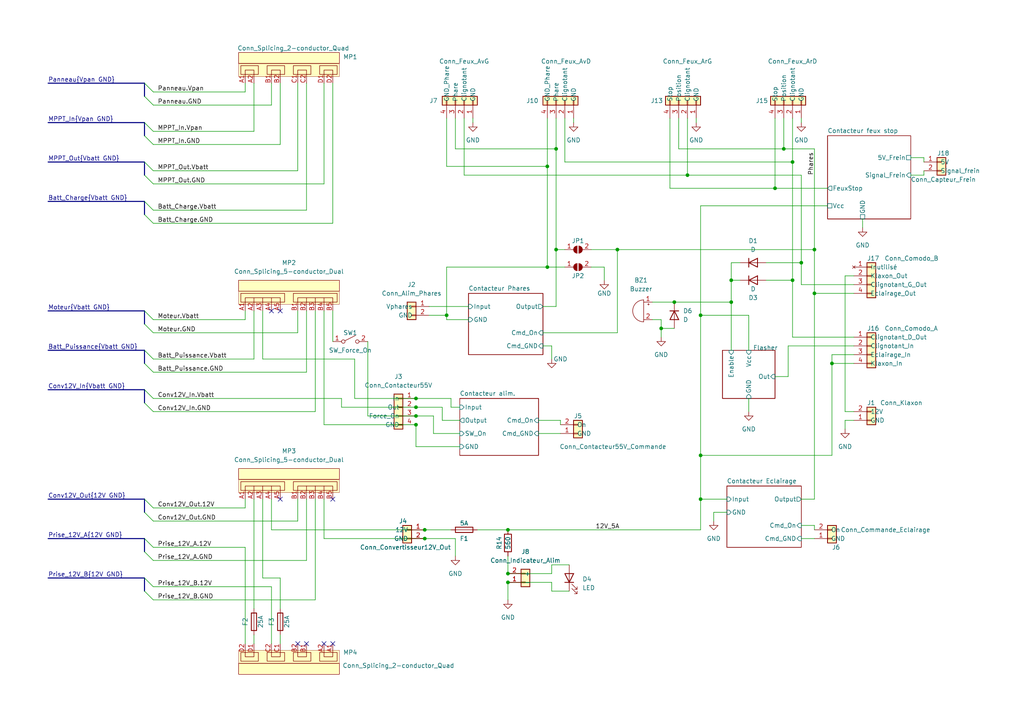
<source format=kicad_sch>
(kicad_sch (version 20211123) (generator eeschema)
  (paper "A4")
  (title_block (title "Boitier électrique vhéliotech") (date "2025-04-09") (rev "Beta 0.2") (company "Vélo solaire pour tous") (comment 1 "Licence CERN-OHL-S version 2"))
  (lib_symbols
    (symbol "Conn_Feux_Arriere_1" (pin_names (offset 1.016))
      (property "Reference" "J" (at 0 5.08 0))
      (property "Value" "Conn_Feux_Arriere_1" (at 0 -7.62 0))
      (symbol "Conn_Feux_Arriere_1_1_1"
        (rectangle (start -1.27 -4.953) (end 0 -5.207) (stroke (width 0.1524)))
        (rectangle (start -1.27 -2.413) (end 0 -2.667) (stroke (width 0.1524)))
        (rectangle (start -1.27 0.127) (end 0 -0.127) (stroke (width 0.1524)))
        (rectangle (start -1.27 2.667) (end 0 2.413) (stroke (width 0.1524)))
        (rectangle (start -1.27 3.81) (end 1.27 -6.35) (stroke (width 0.254)) (fill (type background)))
        (pin power_in line (at -5.08 2.54 0) (length 3.81) (name "GND") (number "1"))
        (pin passive line (at -5.08 0 0) (length 3.81) (name "Clignotant") (number "2"))
        (pin passive line (at -5.08 -2.54 0) (length 3.81) (name "Position") (number "3"))
        (pin passive line (at -5.08 -5.08 0) (length 3.81) (name "Stop") (number "4"))
      )
    )
    (symbol "Device:Buzzer" (pin_names (offset 0.0254) hide)
      (property "Reference" "BZ" (at 3.81 1.27 0))
      (property "Value" "Buzzer" (at 3.81 -1.27 0))
      (symbol "Buzzer_0_1"
        (arc (start 0 -3.175) (mid 3.175 0) (end 0 3.175))
        (polyline (pts (xy -1.651 1.905) (xy -1.143 1.905)))
        (polyline (pts (xy -1.397 2.159) (xy -1.397 1.651)))
        (polyline (pts (xy 0 3.175) (xy 0 -3.175)))
      )
      (symbol "Buzzer_1_1"
        (pin passive line (at -2.54 2.54 0) (length 2.54) (name "-") (number "1"))
        (pin passive line (at -2.54 -2.54 0) (length 2.54) (name "+") (number "2"))
      )
    )
    (symbol "Device:D" (pin_numbers hide) (pin_names (offset 1.016) hide)
      (property "Reference" "D" (at 0 2.54 0))
      (property "Value" "D" (at 0 -2.54 0))
      (symbol "D_0_1"
        (polyline (pts (xy -1.27 1.27) (xy -1.27 -1.27)) (stroke (width 0.254)))
        (polyline (pts (xy 1.27 0) (xy -1.27 0)))
        (polyline (pts (xy 1.27 1.27) (xy 1.27 -1.27) (xy -1.27 0) (xy 1.27 1.27)) (stroke (width 0.254)))
      )
      (symbol "D_1_1"
        (pin passive line (at -3.81 0 0) (length 2.54) (name "K") (number "1"))
        (pin passive line (at 3.81 0 180) (length 2.54) (name "A") (number "2"))
      )
    )
    (symbol "Device:LED" (pin_numbers hide) (pin_names (offset 1.016) hide)
      (property "Reference" "D" (at 0 2.54 0))
      (property "Value" "LED" (at 0 -2.54 0))
      (symbol "LED_0_1"
        (polyline (pts (xy -1.27 -1.27) (xy -1.27 1.27)) (stroke (width 0.254)))
        (polyline (pts (xy -1.27 0) (xy 1.27 0)))
        (polyline (pts (xy 1.27 -1.27) (xy 1.27 1.27) (xy -1.27 0) (xy 1.27 -1.27)) (stroke (width 0.254)))
        (polyline (pts (xy -3.048 -0.762) (xy -4.572 -2.286) (xy -3.81 -2.286) (xy -4.572 -2.286) (xy -4.572 -1.524)))
        (polyline (pts (xy -1.778 -0.762) (xy -3.302 -2.286) (xy -2.54 -2.286) (xy -3.302 -2.286) (xy -3.302 -1.524)))
      )
      (symbol "LED_1_1"
        (pin passive line (at -3.81 0 0) (length 2.54) (name "K") (number "1"))
        (pin passive line (at 3.81 0 180) (length 2.54) (name "A") (number "2"))
      )
    )
    (symbol "Device:R" (pin_numbers hide) (pin_names (offset 0))
      (property "Reference" "R" (at 2.032 0 90))
      (property "Value" "R" (at 0 0 90))
      (symbol "R_0_1"
        (rectangle (start -1.016 -2.54) (end 1.016 2.54) (stroke (width 0.254)))
      )
      (symbol "R_1_1"
        (pin passive line (at 0 3.81 270) (length 1.27) (name "~") (number "1"))
        (pin passive line (at 0 -3.81 90) (length 1.27) (name "~") (number "2"))
      )
    )
    (symbol "Jumper:SolderJumper_2_Open" (pin_names (offset 0) hide)
      (property "Reference" "JP" (at 0 2.032 0))
      (property "Value" "SolderJumper_2_Open" (at 0 -2.54 0))
      (symbol "SolderJumper_2_Open_0_1"
        (arc (start -0.254 1.016) (mid -1.27 0) (end -0.254 -1.016))
        (arc (start -0.254 1.016) (mid -1.27 0) (end -0.254 -1.016) (fill (type outline)))
        (polyline (pts (xy -0.254 1.016) (xy -0.254 -1.016)))
        (polyline (pts (xy 0.254 1.016) (xy 0.254 -1.016)))
        (arc (start 0.254 -1.016) (mid 1.27 0) (end 0.254 1.016))
        (arc (start 0.254 -1.016) (mid 1.27 0) (end 0.254 1.016) (fill (type outline)))
      )
      (symbol "SolderJumper_2_Open_1_1"
        (pin passive line (at -3.81 0 0) (length 2.54) (name "A") (number "1"))
        (pin passive line (at 3.81 0 180) (length 2.54) (name "B") (number "2"))
      )
    )
    (symbol "Switch:SW_SPST" (pin_names (offset 0) hide)
      (property "Reference" "SW" (at 0 3.175 0))
      (property "Value" "SW_SPST" (at 0 -2.54 0))
      (symbol "SW_SPST_0_0"
        (circle (center -2.032 0) (radius 0.508))
        (polyline (pts (xy -1.524 0.254) (xy 1.524 1.778)))
        (circle (center 2.032 0) (radius 0.508))
      )
      (symbol "SW_SPST_1_1"
        (pin passive line (at -5.08 0 0) (length 2.54) (name "A") (number "1"))
        (pin passive line (at 5.08 0 180) (length 2.54) (name "B") (number "2"))
      )
    )
    (symbol "circuit:Conn_Alim_Phares" (pin_names (offset 1.016))
      (property "Reference" "J" (at 0 2.54 0))
      (property "Value" "Conn_Alim_Phares" (at 0 -5.08 0))
      (symbol "Conn_Alim_Phares_1_1"
        (rectangle (start -1.27 -2.413) (end 0 -2.667) (stroke (width 0.1524)))
        (rectangle (start -1.27 0.127) (end 0 -0.127) (stroke (width 0.1524)))
        (rectangle (start -1.27 1.27) (end 1.27 -3.81) (stroke (width 0.254)) (fill (type background)))
        (pin power_out line (at -5.08 0 0) (length 3.81) (name "Vphares") (number "1"))
        (pin power_out line (at -5.08 -2.54 0) (length 3.81) (name "GND") (number "2"))
      )
    )
    (symbol "circuit:Conn_Capteur_Frein" (pin_names (offset 1.016))
      (property "Reference" "J" (at 0 2.54 0))
      (property "Value" "Conn_Capteur_Frein" (at 0 -5.08 0))
      (symbol "Conn_Capteur_Frein_1_1"
        (rectangle (start -1.27 -2.413) (end 0 -2.667) (stroke (width 0.1524)))
        (rectangle (start -1.27 0.127) (end 0 -0.127) (stroke (width 0.1524)))
        (rectangle (start -1.27 1.27) (end 1.27 -3.81) (stroke (width 0.254)) (fill (type background)))
        (pin power_out line (at -5.08 0 0) (length 3.81) (name "5V") (number "1"))
        (pin passive line (at -5.08 -2.54 0) (length 3.81) (name "Signal_frein") (number "2"))
      )
    )
    (symbol "circuit:Conn_Commande_Eclairage" (pin_names (offset 1.016))
      (property "Reference" "J" (at 0 2.54 0))
      (property "Value" "Conn_Commande_Eclairage" (at 0 -5.08 0))
      (symbol "Conn_Commande_Eclairage_1_1"
        (rectangle (start -1.27 -2.413) (end 0 -2.667) (stroke (width 0.1524)))
        (rectangle (start -1.27 0.127) (end 0 -0.127) (stroke (width 0.1524)))
        (rectangle (start -1.27 1.27) (end 1.27 -3.81) (stroke (width 0.254)) (fill (type background)))
        (pin power_in line (at -5.08 0 0) (length 3.81) (name "GND") (number "1"))
        (pin passive line (at -5.08 -2.54 0) (length 3.81) (name "On") (number "2"))
      )
    )
    (symbol "circuit:Conn_Comodo_A" (pin_names (offset 1.016))
      (property "Reference" "J" (at 0 5.08 0))
      (property "Value" "Conn_Comodo_A" (at 0 -7.62 0))
      (symbol "Conn_Comodo_A_1_1"
        (rectangle (start -1.27 -4.953) (end 0 -5.207) (stroke (width 0.1524)))
        (rectangle (start -1.27 -2.413) (end 0 -2.667) (stroke (width 0.1524)))
        (rectangle (start -1.27 0.127) (end 0 -0.127) (stroke (width 0.1524)))
        (rectangle (start -1.27 2.667) (end 0 2.413) (stroke (width 0.1524)))
        (rectangle (start -1.27 3.81) (end 1.27 -6.35) (stroke (width 0.254)) (fill (type background)))
        (pin passive line (at -5.08 -5.08 0) (length 3.81) (name "Clignotant_D_Out") (number "1"))
        (pin passive line (at -5.08 -2.54 0) (length 3.81) (name "Clignotant_In") (number "2"))
        (pin passive line (at -5.08 0 0) (length 3.81) (name "Eclairage_In") (number "3"))
        (pin passive line (at -5.08 2.54 0) (length 3.81) (name "Klaxon_In") (number "4"))
      )
    )
    (symbol "circuit:Conn_Comodo_B" (pin_names (offset 1.016))
      (property "Reference" "J" (at 0 5.08 0))
      (property "Value" "Conn_Comodo_B" (at 0 -7.62 0))
      (symbol "Conn_Comodo_B_1_1"
        (rectangle (start -1.27 -4.953) (end 0 -5.207) (stroke (width 0.1524)))
        (rectangle (start -1.27 -2.413) (end 0 -2.667) (stroke (width 0.1524)))
        (rectangle (start -1.27 0.127) (end 0 -0.127) (stroke (width 0.1524)))
        (rectangle (start -1.27 2.667) (end 0 2.413) (stroke (width 0.1524)))
        (rectangle (start -1.27 3.81) (end 1.27 -6.35) (stroke (width 0.254)) (fill (type background)))
        (pin no_connect line (at -5.08 -5.08 0) (length 3.81) (name "Inutilisé") (number "1"))
        (pin passive line (at -5.08 -2.54 0) (length 3.81) (name "Klaxon_Out") (number "2"))
        (pin passive line (at -5.08 0 0) (length 3.81) (name "Clignotant_G_Out") (number "3"))
        (pin passive line (at -5.08 2.54 0) (length 3.81) (name "Eclairage_Out") (number "4"))
      )
    )
    (symbol "circuit:Conn_Contacteur55V" (pin_names (offset 1.016))
      (property "Reference" "J" (at 0 5.08 0))
      (property "Value" "Conn_Contacteur55V" (at 0 -7.62 0))
      (symbol "Conn_Contacteur55V_1_1"
        (rectangle (start -1.27 -4.953) (end 0 -5.207) (stroke (width 0.1524)))
        (rectangle (start -1.27 -2.413) (end 0 -2.667) (stroke (width 0.1524)))
        (rectangle (start -1.27 0.127) (end 0 -0.127) (stroke (width 0.1524)))
        (rectangle (start -1.27 2.667) (end 0 2.413) (stroke (width 0.1524)))
        (rectangle (start -1.27 3.81) (end 1.27 -6.35) (stroke (width 0.254)) (fill (type background)))
        (pin power_in line (at -5.08 2.54 0) (length 3.81) (name "In") (number "1"))
        (pin power_in line (at -5.08 0 0) (length 3.81) (name "Out") (number "2"))
        (pin passive line (at -5.08 -2.54 0) (length 3.81) (name "Force_On") (number "3"))
        (pin power_in line (at -5.08 -5.08 0) (length 3.81) (name "GND") (number "4"))
      )
    )
    (symbol "circuit:Conn_Contacteur55V_Commande" (pin_names (offset 1.016))
      (property "Reference" "J" (at 0 2.54 0))
      (property "Value" "Conn_Contacteur55V_Commande" (at 0 -5.08 0))
      (symbol "Conn_Contacteur55V_Commande_1_1"
        (rectangle (start -1.27 -2.413) (end 0 -2.667) (stroke (width 0.1524)))
        (rectangle (start -1.27 0.127) (end 0 -0.127) (stroke (width 0.1524)))
        (rectangle (start -1.27 1.27) (end 1.27 -3.81) (stroke (width 0.254)) (fill (type background)))
        (pin power_in line (at -5.08 0 0) (length 3.81) (name "GND") (number "1"))
        (pin passive line (at -5.08 -2.54 0) (length 3.81) (name "On") (number "2"))
      )
    )
    (symbol "circuit:Conn_Convertisseur12V_Out" (pin_names (offset 1.016))
      (property "Reference" "J" (at 0 2.54 0))
      (property "Value" "Conn_Convertisseur12V_Out" (at 0 -5.08 0))
      (symbol "Conn_Convertisseur12V_Out_1_1"
        (rectangle (start -1.27 -2.413) (end 0 -2.667) (stroke (width 0.1524)))
        (rectangle (start -1.27 0.127) (end 0 -0.127) (stroke (width 0.1524)))
        (rectangle (start -1.27 1.27) (end 1.27 -3.81) (stroke (width 0.254)) (fill (type background)))
        (pin power_out line (at -5.08 0 0) (length 3.81) (name "12V") (number "1"))
        (pin power_out line (at -5.08 -2.54 0) (length 3.81) (name "GND") (number "2"))
      )
    )
    (symbol "circuit:Conn_Feux_Arriere" (pin_names (offset 1.016))
      (property "Reference" "J" (at 0 5.08 0))
      (property "Value" "Conn_Feux_Arriere" (at 0 -7.62 0))
      (symbol "Conn_Feux_Arriere_1_1"
        (rectangle (start -1.27 -4.953) (end 0 -5.207) (stroke (width 0.1524)))
        (rectangle (start -1.27 -2.413) (end 0 -2.667) (stroke (width 0.1524)))
        (rectangle (start -1.27 0.127) (end 0 -0.127) (stroke (width 0.1524)))
        (rectangle (start -1.27 2.667) (end 0 2.413) (stroke (width 0.1524)))
        (rectangle (start -1.27 3.81) (end 1.27 -6.35) (stroke (width 0.254)) (fill (type background)))
        (pin power_in line (at -5.08 2.54 0) (length 3.81) (name "GND") (number "1"))
        (pin passive line (at -5.08 0 0) (length 3.81) (name "Clignotant") (number "2"))
        (pin passive line (at -5.08 -2.54 0) (length 3.81) (name "Position") (number "3"))
        (pin passive line (at -5.08 -5.08 0) (length 3.81) (name "Stop") (number "4"))
      )
    )
    (symbol "circuit:Conn_Feux_Avant" (pin_names (offset 1.016))
      (property "Reference" "J" (at 0 5.08 0))
      (property "Value" "Conn_Feux_Avant" (at 0 -7.62 0))
      (symbol "Conn_Feux_Avant_1_1"
        (rectangle (start -1.27 -4.953) (end 0 -5.207) (stroke (width 0.1524)))
        (rectangle (start -1.27 -2.413) (end 0 -2.667) (stroke (width 0.1524)))
        (rectangle (start -1.27 0.127) (end 0 -0.127) (stroke (width 0.1524)))
        (rectangle (start -1.27 2.667) (end 0 2.413) (stroke (width 0.1524)))
        (rectangle (start -1.27 3.81) (end 1.27 -6.35) (stroke (width 0.254)) (fill (type background)))
        (pin power_in line (at -5.08 2.54 0) (length 3.81) (name "GND") (number "1"))
        (pin passive line (at -5.08 0 0) (length 3.81) (name "Clignotant") (number "2"))
        (pin passive line (at -5.08 -2.54 0) (length 3.81) (name "Phare") (number "3"))
        (pin power_in line (at -5.08 -5.08 0) (length 3.81) (name "GND_Phare") (number "4"))
      )
    )
    (symbol "circuit:Conn_Indicateur_Alim" (pin_names (offset 1.016))
      (property "Reference" "J" (at 0 2.54 0))
      (property "Value" "Conn_Indicateur_Alim" (at 0 -5.08 0))
      (symbol "Conn_Indicateur_Alim_1_1"
        (rectangle (start -1.27 -2.413) (end 0 -2.667) (stroke (width 0.1524)))
        (rectangle (start -1.27 0.127) (end 0 -0.127) (stroke (width 0.1524)))
        (rectangle (start -1.27 1.27) (end 1.27 -3.81) (stroke (width 0.254)) (fill (type background)))
        (pin power_in line (at -5.08 0 0) (length 3.81) (name "-") (number "1"))
        (pin passive line (at -5.08 -2.54 0) (length 3.81) (name "+") (number "2"))
      )
    )
    (symbol "circuit:Conn_Klaxon" (pin_names (offset 1.016))
      (property "Reference" "J" (at 0 2.54 0))
      (property "Value" "Conn_Klaxon" (at 0 -5.08 0))
      (symbol "Conn_Klaxon_1_1"
        (rectangle (start -1.27 -2.413) (end 0 -2.667) (stroke (width 0.1524)))
        (rectangle (start -1.27 0.127) (end 0 -0.127) (stroke (width 0.1524)))
        (rectangle (start -1.27 1.27) (end 1.27 -3.81) (stroke (width 0.254)) (fill (type background)))
        (pin power_in line (at -5.08 0 0) (length 3.81) (name "GND") (number "1"))
        (pin passive line (at -5.08 -2.54 0) (length 3.81) (name "12V") (number "2"))
      )
    )
    (symbol "circuit:Conn_Splicing_2-conductor_Quad"
      (property "Reference" "MP" (at 0.635 11.43 0))
      (property "Value" "Conn_Splicing_2-conductor_Quad" (at 1.27 -21.59 0))
      (symbol "Conn_Splicing_2-conductor_Quad_0_1"
        (rectangle (start -3.175 9.525) (end 0.635 -19.685) (stroke (width 0.01)) (fill (type background)))
        (rectangle (start -2.54 -13.97) (end 0 -19.05))
        (rectangle (start -2.54 -6.35) (end 0 -11.43))
        (rectangle (start -2.54 1.27) (end 0 -3.81))
        (rectangle (start -2.54 8.89) (end 0 3.81))
        (polyline (pts (xy -2.54 -15.24) (xy -1.27 -15.24) (xy -1.27 -17.78) (xy -2.54 -17.78)))
        (polyline (pts (xy -2.54 -7.62) (xy -1.27 -7.62) (xy -1.27 -10.16) (xy -2.54 -10.16)))
        (polyline (pts (xy -2.54 0) (xy -1.27 0) (xy -1.27 -2.54) (xy -2.54 -2.54)))
        (polyline (pts (xy -2.54 7.62) (xy -1.27 7.62) (xy -1.27 5.08) (xy -2.54 5.08)))
        (rectangle (start 0.635 9.525) (end 3.81 -19.685) (fill (type background)))
      )
      (symbol "Conn_Splicing_2-conductor_Quad_1_1"
        (pin passive line (at -5.08 7.62 0) (length 2.54) (name "") (number "A1"))
        (pin passive line (at -5.08 5.08 0) (length 2.54) (name "") (number "A2"))
        (pin passive line (at -5.08 0 0) (length 2.54) (name "") (number "B1"))
        (pin passive line (at -5.08 -2.54 0) (length 2.54) (name "") (number "B2"))
        (pin passive line (at -5.08 -7.62 0) (length 2.54) (name "") (number "C1"))
        (pin passive line (at -5.08 -10.16 0) (length 2.54) (name "") (number "C2"))
        (pin passive line (at -5.08 -15.24 0) (length 2.54) (name "") (number "D1"))
        (pin passive line (at -5.08 -17.78 0) (length 2.54) (name "") (number "D2"))
      )
    )
    (symbol "circuit:Conn_Splicing_5-conductor_Dual"
      (property "Reference" "MP" (at 0.635 11.43 0))
      (property "Value" "Conn_Splicing_5-conductor_Dual" (at 1.27 -21.59 0))
      (symbol "Conn_Splicing_5-conductor_Dual_0_1"
        (rectangle (start -3.175 9.525) (end 0.635 -19.685) (stroke (width 0.01)) (fill (type background)))
        (rectangle (start -2.54 -6.35) (end 0 -19.05))
        (rectangle (start -2.54 8.89) (end 0 -3.81))
        (polyline (pts (xy -1.27 -15.24) (xy -2.54 -15.24)))
        (polyline (pts (xy -1.27 -12.7) (xy -2.54 -12.7)))
        (polyline (pts (xy -1.27 -10.16) (xy -2.54 -10.16)))
        (polyline (pts (xy -1.27 0) (xy -2.54 0)))
        (polyline (pts (xy -1.27 2.54) (xy -2.54 2.54)))
        (polyline (pts (xy -1.27 5.08) (xy -2.54 5.08)))
        (polyline (pts (xy -2.54 -7.62) (xy -1.27 -7.62) (xy -1.27 -17.78) (xy -2.54 -17.78)))
        (polyline (pts (xy -2.54 7.62) (xy -1.27 7.62) (xy -1.27 -2.54) (xy -2.54 -2.54)))
        (rectangle (start 0.635 9.525) (end 3.81 -19.685) (fill (type background)))
      )
      (symbol "Conn_Splicing_5-conductor_Dual_1_1"
        (pin passive line (at -5.08 7.62 0) (length 2.54) (name "") (number "A1"))
        (pin passive line (at -5.08 5.08 0) (length 2.54) (name "") (number "A2"))
        (pin passive line (at -5.08 2.54 0) (length 2.54) (name "") (number "A3"))
        (pin passive line (at -5.08 0 0) (length 2.54) (name "") (number "A4"))
        (pin passive line (at -5.08 -2.54 0) (length 2.54) (name "") (number "A5"))
        (pin passive line (at -5.08 -7.62 0) (length 2.54) (name "") (number "B1"))
        (pin passive line (at -5.08 -10.16 0) (length 2.54) (name "") (number "B2"))
        (pin passive line (at -5.08 -12.7 0) (length 2.54) (name "") (number "B3"))
        (pin passive line (at -5.08 -15.24 0) (length 2.54) (name "") (number "B4"))
        (pin passive line (at -5.08 -17.78 0) (length 2.54) (name "") (number "B5"))
      )
    )
    (symbol "circuit:Fuse" (pin_numbers hide) (pin_names (offset 0))
      (property "Reference" "F" (at 2.032 0 90))
      (property "Value" "Fuse" (at -1.905 0 90))
      (symbol "Fuse_0_1"
        (rectangle (start -0.762 -2.54) (end 0.762 2.54) (stroke (width 0.254)))
        (polyline (pts (xy 0 2.54) (xy 0 -2.54)))
      )
      (symbol "Fuse_1_1"
        (pin passive line (at 0 3.81 270) (length 1.27) (name "~") (number "1"))
        (pin passive line (at 0 -3.81 90) (length 1.27) (name "~") (number "2"))
      )
    )
    (symbol "power:GND" (power) (pin_names (offset 0))
      (property "Value" "GND" (at 0 -3.81 0))
      (symbol "GND_0_1"
        (polyline (pts (xy 0 0) (xy 0 -1.27) (xy 1.27 -1.27) (xy 0 -2.54) (xy -1.27 -1.27) (xy 0 -1.27)))
      )
      (symbol "GND_1_1"
        (pin power_in line (at 0 0 270) (length 0) hide (name "GND") (number "1"))
      )
    )
  )
  (junction (at 203.2 132.08))
  (junction (at 123.19 156.21))
  (junction (at 179.07 72.39))
  (junction (at 199.39 50.8))
  (junction (at 161.29 43.18))
  (junction (at 120.65 123.19))
  (junction (at 120.65 115.57))
  (junction (at 224.79 54.61))
  (junction (at 147.32 166.37))
  (junction (at 147.32 168.91))
  (junction (at 229.87 81.28))
  (junction (at 203.2 91.44))
  (junction (at 227.33 43.18))
  (junction (at 161.29 72.39))
  (junction (at 229.87 46.99))
  (junction (at 120.65 120.65))
  (junction (at 212.09 81.28))
  (junction (at 120.65 118.11))
  (junction (at 241.3 105.41))
  (junction (at 191.77 95.25))
  (junction (at 236.22 72.39))
  (junction (at 158.75 48.26))
  (junction (at 195.58 87.63))
  (junction (at 212.09 87.63))
  (junction (at 147.32 153.67))
  (junction (at 123.19 153.67))
  (junction (at 129.54 91.44))
  (junction (at 236.22 85.09))
  (junction (at 203.2 144.78))
  (junction (at 232.41 76.2))
  (junction (at 158.75 77.47))
  (no_connect (at 96.52 186.69))
  (no_connect (at 96.52 144.78))
  (no_connect (at 78.74 90.17))
  (no_connect (at 88.9 186.69))
  (no_connect (at 93.98 186.69))
  (no_connect (at 86.36 186.69))
  (no_connect (at 81.28 144.78))
  (no_connect (at 81.28 90.17))
  (bus_entry (at 41.91 35.56) (size 2.54 2.54))
  (bus_entry (at 41.91 105.41) (size 2.54 2.54))
  (bus_entry (at 41.91 144.78) (size 2.54 2.54))
  (bus_entry (at 41.91 58.42) (size 2.54 2.54))
  (bus_entry (at 41.91 116.84) (size 2.54 2.54))
  (bus_entry (at 41.91 62.23) (size 2.54 2.54))
  (bus_entry (at 41.91 24.13) (size 2.54 2.54))
  (bus_entry (at 41.91 50.8) (size 2.54 2.54))
  (bus_entry (at 41.91 167.64) (size 2.54 2.54))
  (bus_entry (at 41.91 46.99) (size 2.54 2.54))
  (bus_entry (at 41.91 156.21) (size 2.54 2.54))
  (bus_entry (at 41.91 93.98) (size 2.54 2.54))
  (bus_entry (at 41.91 113.03) (size 2.54 2.54))
  (bus_entry (at 41.91 171.45) (size 2.54 2.54))
  (bus_entry (at 41.91 90.17) (size 2.54 2.54))
  (bus_entry (at 41.91 148.59) (size 2.54 2.54))
  (bus_entry (at 41.91 27.94) (size 2.54 2.54))
  (bus_entry (at 41.91 160.02) (size 2.54 2.54))
  (bus_entry (at 41.91 101.6) (size 2.54 2.54))
  (bus_entry (at 41.91 39.37) (size 2.54 2.54))
  (wire (pts (xy 125.73 125.73) (xy 125.73 120.65)))
  (wire (pts (xy 217.17 115.57) (xy 217.17 119.38)))
  (wire (pts (xy 71.12 147.32) (xy 71.12 144.78)))
  (wire (pts (xy 203.2 144.78) (xy 203.2 153.67)))
  (wire (pts (xy 212.09 87.63) (xy 212.09 101.6)))
  (wire (pts (xy 161.29 72.39) (xy 161.29 88.9)))
  (wire (pts (xy 247.65 121.92) (xy 245.11 121.92)))
  (bus (pts (xy 41.91 35.56) (xy 41.91 39.37)))
  (wire (pts (xy 124.46 88.9) (xy 135.89 88.9)))
  (wire (pts (xy 130.81 115.57) (xy 120.65 115.57)))
  (wire (pts (xy 203.2 144.78) (xy 210.82 144.78)))
  (wire (pts (xy 88.9 162.56) (xy 88.9 144.78)))
  (wire (pts (xy 129.54 34.29) (xy 129.54 48.26)))
  (wire (pts (xy 228.6 100.33) (xy 228.6 109.22)))
  (wire (pts (xy 222.25 76.2) (xy 232.41 76.2)))
  (wire (pts (xy 161.29 43.18) (xy 132.08 43.18)))
  (wire (pts (xy 212.09 81.28) (xy 212.09 87.63)))
  (bus (pts (xy 13.97 24.13) (xy 41.91 24.13)))
  (wire (pts (xy 232.41 156.21) (xy 236.22 156.21)))
  (wire (pts (xy 44.45 162.56) (xy 88.9 162.56)))
  (wire (pts (xy 125.73 120.65) (xy 120.65 120.65)))
  (bus (pts (xy 41.91 144.78) (xy 41.91 148.59)))
  (wire (pts (xy 44.45 158.75) (xy 71.12 158.75)))
  (wire (pts (xy 227.33 34.29) (xy 227.33 43.18)))
  (wire (pts (xy 44.45 170.18) (xy 78.74 170.18)))
  (wire (pts (xy 93.98 90.17) (xy 93.98 123.19)))
  (wire (pts (xy 76.2 104.14) (xy 102.87 104.14)))
  (wire (pts (xy 191.77 95.25) (xy 195.58 95.25)))
  (wire (pts (xy 199.39 34.29) (xy 199.39 50.8)))
  (wire (pts (xy 147.32 168.91) (xy 147.32 173.99)))
  (wire (pts (xy 88.9 60.96) (xy 88.9 24.13)))
  (wire (pts (xy 129.54 92.71) (xy 135.89 92.71)))
  (wire (pts (xy 158.75 77.47) (xy 129.54 77.47)))
  (wire (pts (xy 229.87 46.99) (xy 163.83 46.99)))
  (wire (pts (xy 120.65 123.19) (xy 93.98 123.19)))
  (wire (pts (xy 161.29 72.39) (xy 163.83 72.39)))
  (wire (pts (xy 44.45 147.32) (xy 71.12 147.32)))
  (wire (pts (xy 73.66 144.78) (xy 73.66 176.53)))
  (wire (pts (xy 224.79 54.61) (xy 224.79 34.29)))
  (wire (pts (xy 81.28 167.64) (xy 81.28 176.53)))
  (wire (pts (xy 44.45 30.48) (xy 78.74 30.48)))
  (wire (pts (xy 137.16 34.29) (xy 137.16 35.56)))
  (wire (pts (xy 161.29 34.29) (xy 161.29 43.18)))
  (wire (pts (xy 241.3 105.41) (xy 241.3 102.87)))
  (wire (pts (xy 44.45 26.67) (xy 71.12 26.67)))
  (wire (pts (xy 133.35 125.73) (xy 125.73 125.73)))
  (wire (pts (xy 102.87 115.57) (xy 120.65 115.57)))
  (wire (pts (xy 267.97 50.8) (xy 264.16 50.8)))
  (wire (pts (xy 179.07 72.39) (xy 236.22 72.39)))
  (wire (pts (xy 128.27 121.92) (xy 128.27 118.11)))
  (wire (pts (xy 96.52 90.17) (xy 96.52 99.06)))
  (wire (pts (xy 158.75 77.47) (xy 163.83 77.47)))
  (wire (pts (xy 147.32 153.67) (xy 203.2 153.67)))
  (wire (pts (xy 71.12 92.71) (xy 71.12 90.17)))
  (wire (pts (xy 160.02 171.45) (xy 165.1 171.45)))
  (wire (pts (xy 161.29 43.18) (xy 161.29 72.39)))
  (wire (pts (xy 245.11 119.38) (xy 247.65 119.38)))
  (wire (pts (xy 86.36 96.52) (xy 86.36 90.17)))
  (wire (pts (xy 247.65 97.79) (xy 229.87 97.79)))
  (wire (pts (xy 91.44 173.99) (xy 91.44 144.78)))
  (bus (pts (xy 13.97 144.78) (xy 41.91 144.78)))
  (wire (pts (xy 102.87 104.14) (xy 102.87 115.57)))
  (wire (pts (xy 224.79 54.61) (xy 240.03 54.61)))
  (wire (pts (xy 78.74 186.69) (xy 78.74 170.18)))
  (bus (pts (xy 13.97 156.21) (xy 41.91 156.21)))
  (wire (pts (xy 203.2 91.44) (xy 217.17 91.44)))
  (bus (pts (xy 13.97 58.42) (xy 41.91 58.42)))
  (bus (pts (xy 13.97 35.56) (xy 41.91 35.56)))
  (wire (pts (xy 245.11 80.01) (xy 245.11 119.38)))
  (wire (pts (xy 129.54 48.26) (xy 158.75 48.26)))
  (wire (pts (xy 73.66 184.15) (xy 73.66 186.69)))
  (wire (pts (xy 203.2 91.44) (xy 203.2 132.08)))
  (wire (pts (xy 123.19 156.21) (xy 132.08 156.21)))
  (wire (pts (xy 203.2 59.69) (xy 240.03 59.69)))
  (wire (pts (xy 157.48 100.33) (xy 160.02 100.33)))
  (wire (pts (xy 138.43 153.67) (xy 147.32 153.67)))
  (wire (pts (xy 191.77 95.25) (xy 191.77 92.71)))
  (wire (pts (xy 179.07 72.39) (xy 179.07 96.52)))
  (wire (pts (xy 201.93 34.29) (xy 201.93 35.56)))
  (wire (pts (xy 236.22 43.18) (xy 236.22 72.39)))
  (wire (pts (xy 267.97 46.99) (xy 267.97 45.72)))
  (wire (pts (xy 156.21 125.73) (xy 162.56 125.73)))
  (wire (pts (xy 81.28 184.15) (xy 81.28 186.69)))
  (wire (pts (xy 241.3 105.41) (xy 241.3 132.08)))
  (wire (pts (xy 158.75 48.26) (xy 158.75 77.47)))
  (wire (pts (xy 76.2 90.17) (xy 76.2 104.14)))
  (wire (pts (xy 78.74 30.48) (xy 78.74 24.13)))
  (wire (pts (xy 212.09 76.2) (xy 212.09 81.28)))
  (wire (pts (xy 78.74 153.67) (xy 78.74 144.78)))
  (wire (pts (xy 147.32 168.91) (xy 160.02 168.91)))
  (wire (pts (xy 44.45 53.34) (xy 93.98 53.34)))
  (wire (pts (xy 194.31 54.61) (xy 194.31 34.29)))
  (wire (pts (xy 207.01 151.13) (xy 207.01 148.59)))
  (wire (pts (xy 229.87 81.28) (xy 229.87 97.79)))
  (wire (pts (xy 228.6 100.33) (xy 247.65 100.33)))
  (wire (pts (xy 134.62 50.8) (xy 134.62 34.29)))
  (wire (pts (xy 245.11 80.01) (xy 247.65 80.01)))
  (wire (pts (xy 129.54 91.44) (xy 129.54 92.71)))
  (wire (pts (xy 222.25 81.28) (xy 229.87 81.28)))
  (bus (pts (xy 13.97 113.03) (xy 41.91 113.03)))
  (wire (pts (xy 133.35 129.54) (xy 120.65 129.54)))
  (bus (pts (xy 41.91 101.6) (xy 41.91 105.41)))
  (wire (pts (xy 157.48 96.52) (xy 179.07 96.52)))
  (wire (pts (xy 129.54 77.47) (xy 129.54 91.44)))
  (wire (pts (xy 133.35 121.92) (xy 128.27 121.92)))
  (bus (pts (xy 41.91 46.99) (xy 41.91 50.8)))
  (wire (pts (xy 88.9 107.95) (xy 88.9 90.17)))
  (wire (pts (xy 44.45 115.57) (xy 99.06 115.57)))
  (wire (pts (xy 236.22 152.4) (xy 232.41 152.4)))
  (wire (pts (xy 212.09 81.28) (xy 214.63 81.28)))
  (bus (pts (xy 41.91 24.13) (xy 41.91 27.94)))
  (wire (pts (xy 267.97 49.53) (xy 267.97 50.8)))
  (wire (pts (xy 86.36 151.13) (xy 86.36 144.78)))
  (wire (pts (xy 44.45 107.95) (xy 88.9 107.95)))
  (wire (pts (xy 76.2 144.78) (xy 76.2 167.64)))
  (wire (pts (xy 232.41 76.2) (xy 232.41 82.55)))
  (wire (pts (xy 147.32 161.29) (xy 147.32 166.37)))
  (wire (pts (xy 99.06 118.11) (xy 99.06 115.57)))
  (wire (pts (xy 189.23 87.63) (xy 195.58 87.63)))
  (wire (pts (xy 133.35 118.11) (xy 130.81 118.11)))
  (wire (pts (xy 106.68 99.06) (xy 106.68 120.65)))
  (wire (pts (xy 130.81 118.11) (xy 130.81 115.57)))
  (wire (pts (xy 86.36 49.53) (xy 86.36 24.13)))
  (wire (pts (xy 123.19 153.67) (xy 78.74 153.67)))
  (wire (pts (xy 44.45 41.91) (xy 81.28 41.91)))
  (wire (pts (xy 120.65 129.54) (xy 120.65 123.19)))
  (wire (pts (xy 196.85 34.29) (xy 196.85 43.18)))
  (wire (pts (xy 157.48 88.9) (xy 161.29 88.9)))
  (wire (pts (xy 93.98 156.21) (xy 93.98 144.78)))
  (wire (pts (xy 81.28 41.91) (xy 81.28 24.13)))
  (wire (pts (xy 236.22 153.67) (xy 236.22 152.4)))
  (wire (pts (xy 203.2 59.69) (xy 203.2 91.44)))
  (wire (pts (xy 214.63 76.2) (xy 212.09 76.2)))
  (bus (pts (xy 41.91 167.64) (xy 41.91 171.45)))
  (wire (pts (xy 44.45 119.38) (xy 91.44 119.38)))
  (wire (pts (xy 73.66 104.14) (xy 73.66 90.17)))
  (wire (pts (xy 44.45 64.77) (xy 96.52 64.77)))
  (wire (pts (xy 241.3 102.87) (xy 247.65 102.87)))
  (wire (pts (xy 250.19 63.5) (xy 250.19 66.04)))
  (wire (pts (xy 171.45 72.39) (xy 179.07 72.39)))
  (wire (pts (xy 44.45 151.13) (xy 86.36 151.13)))
  (wire (pts (xy 199.39 50.8) (xy 134.62 50.8)))
  (wire (pts (xy 247.65 105.41) (xy 241.3 105.41)))
  (wire (pts (xy 44.45 49.53) (xy 86.36 49.53)))
  (wire (pts (xy 91.44 119.38) (xy 91.44 90.17)))
  (wire (pts (xy 195.58 87.63) (xy 212.09 87.63)))
  (wire (pts (xy 132.08 156.21) (xy 132.08 161.29)))
  (wire (pts (xy 232.41 50.8) (xy 232.41 76.2)))
  (wire (pts (xy 245.11 121.92) (xy 245.11 124.46)))
  (wire (pts (xy 73.66 38.1) (xy 73.66 24.13)))
  (wire (pts (xy 267.97 45.72) (xy 264.16 45.72)))
  (wire (pts (xy 224.79 54.61) (xy 194.31 54.61)))
  (wire (pts (xy 163.83 46.99) (xy 163.83 34.29)))
  (wire (pts (xy 44.45 92.71) (xy 71.12 92.71)))
  (wire (pts (xy 191.77 95.25) (xy 191.77 97.79)))
  (wire (pts (xy 232.41 144.78) (xy 236.22 144.78)))
  (wire (pts (xy 71.12 26.67) (xy 71.12 24.13)))
  (bus (pts (xy 13.97 167.64) (xy 41.91 167.64)))
  (wire (pts (xy 175.26 81.28) (xy 175.26 77.47)))
  (wire (pts (xy 236.22 85.09) (xy 247.65 85.09)))
  (wire (pts (xy 236.22 85.09) (xy 236.22 144.78)))
  (wire (pts (xy 171.45 77.47) (xy 175.26 77.47)))
  (wire (pts (xy 44.45 60.96) (xy 88.9 60.96)))
  (wire (pts (xy 44.45 96.52) (xy 86.36 96.52)))
  (wire (pts (xy 203.2 132.08) (xy 241.3 132.08)))
  (wire (pts (xy 106.68 120.65) (xy 120.65 120.65)))
  (bus (pts (xy 41.91 90.17) (xy 41.91 93.98)))
  (wire (pts (xy 236.22 72.39) (xy 236.22 85.09)))
  (wire (pts (xy 124.46 91.44) (xy 129.54 91.44)))
  (wire (pts (xy 158.75 48.26) (xy 158.75 34.29)))
  (wire (pts (xy 229.87 46.99) (xy 229.87 81.28)))
  (wire (pts (xy 44.45 173.99) (xy 91.44 173.99)))
  (wire (pts (xy 156.21 121.92) (xy 162.56 121.92)))
  (wire (pts (xy 96.52 64.77) (xy 96.52 24.13)))
  (bus (pts (xy 13.97 46.99) (xy 41.91 46.99)))
  (bus (pts (xy 13.97 101.6) (xy 41.91 101.6)))
  (wire (pts (xy 199.39 50.8) (xy 232.41 50.8)))
  (wire (pts (xy 99.06 118.11) (xy 120.65 118.11)))
  (wire (pts (xy 147.32 166.37) (xy 160.02 166.37)))
  (bus (pts (xy 41.91 58.42) (xy 41.91 62.23)))
  (wire (pts (xy 203.2 132.08) (xy 203.2 144.78)))
  (wire (pts (xy 162.56 123.19) (xy 162.56 121.92)))
  (wire (pts (xy 229.87 34.29) (xy 229.87 46.99)))
  (wire (pts (xy 166.37 34.29) (xy 166.37 35.56)))
  (wire (pts (xy 44.45 104.14) (xy 73.66 104.14)))
  (bus (pts (xy 41.91 156.21) (xy 41.91 160.02)))
  (wire (pts (xy 224.79 109.22) (xy 228.6 109.22)))
  (wire (pts (xy 207.01 148.59) (xy 210.82 148.59)))
  (bus (pts (xy 13.97 90.17) (xy 41.91 90.17)))
  (wire (pts (xy 191.77 92.71) (xy 189.23 92.71)))
  (wire (pts (xy 232.41 82.55) (xy 247.65 82.55)))
  (wire (pts (xy 232.41 34.29) (xy 232.41 35.56)))
  (wire (pts (xy 44.45 38.1) (xy 73.66 38.1)))
  (wire (pts (xy 217.17 91.44) (xy 217.17 101.6)))
  (wire (pts (xy 160.02 166.37) (xy 160.02 163.83)))
  (wire (pts (xy 160.02 168.91) (xy 160.02 171.45)))
  (wire (pts (xy 196.85 43.18) (xy 227.33 43.18)))
  (wire (pts (xy 76.2 167.64) (xy 81.28 167.64)))
  (wire (pts (xy 160.02 163.83) (xy 165.1 163.83)))
  (wire (pts (xy 123.19 156.21) (xy 93.98 156.21)))
  (wire (pts (xy 128.27 118.11) (xy 120.65 118.11)))
  (wire (pts (xy 227.33 43.18) (xy 236.22 43.18)))
  (bus (pts (xy 41.91 113.03) (xy 41.91 116.84)))
  (wire (pts (xy 71.12 186.69) (xy 71.12 158.75)))
  (wire (pts (xy 123.19 153.67) (xy 130.81 153.67)))
  (wire (pts (xy 132.08 43.18) (xy 132.08 34.29)))
  (wire (pts (xy 93.98 53.34) (xy 93.98 24.13)))
  (wire (pts (xy 160.02 100.33) (xy 160.02 104.14)))
  (label "Panneau.Vpan" (at 45.72 26.67 0))
  (label "Panneau.GND" (at 45.72 30.48 0))
  (label "Conv12V_In.Vbatt" (at 45.72 115.57 0))
  (label "Batt_Charge{Vbatt GND}" (at 13.97 58.42 0))
  (label "MPPT_Out{Vbatt GND}" (at 13.97 46.99 0))
  (label "Moteur.GND" (at 45.72 96.52 0))
  (label "Batt_Puissance.Vbatt" (at 45.72 104.14 0))
  (label "Panneau{Vpan GND}" (at 13.97 24.13 0))
  (label "Moteur.Vbatt" (at 45.72 92.71 0))
  (label "Phares" (at 236.22 50.8 90))
  (label "Conv12V_Out.GND" (at 45.72 151.13 0))
  (label "Batt_Charge.GND" (at 45.72 64.77 0))
  (label "Conv12V_Out{12V GND}" (at 13.97 144.78 0))
  (label "MPPT_In{Vpan GND}" (at 13.97 35.56 0))
  (label "Batt_Charge.Vbatt" (at 45.72 60.96 0))
  (label "Prise_12V_B{12V GND}" (at 13.97 167.64 0))
  (label "Conv12V_In{Vbatt GND}" (at 13.97 113.03 0))
  (label "Prise_12V_A.GND" (at 45.72 162.56 0))
  (label "MPPT_In.GND" (at 45.72 41.91 0))
  (label "12V_5A" (at 172.72 153.67 0))
  (label "Batt_Puissance.GND" (at 45.72 107.95 0))
  (label "Conv12V_In.GND" (at 45.72 119.38 0))
  (label "Batt_Puissance{Vbatt GND}" (at 13.97 101.6 0))
  (label "Prise_12V_A.12V" (at 45.72 158.75 0))
  (label "Moteur{Vbatt GND}" (at 13.97 90.17 0))
  (label "Prise_12V_A{12V GND}" (at 13.97 156.21 0))
  (label "Prise_12V_B.12V" (at 45.72 170.18 0))
  (label "MPPT_Out.GND" (at 45.72 53.34 0))
  (label "MPPT_Out.Vbatt" (at 45.72 49.53 0))
  (label "MPPT_In.Vpan" (at 45.72 38.1 0))
  (label "Conv12V_Out.12V" (at 45.72 147.32 0))
  (label "Prise_12V_B.GND" (at 45.72 173.99 0))
  (symbol (lib_id "power:GND") (at 245.11 124.46 0) (unit 1)
    (property "Reference" "#PWR0102" (effects hide))
    (property "Value" "GND" (at 245.11 129.54 0))
  )
  (symbol (lib_id "power:GND") (at 132.08 161.29 0) (unit 1)
    (property "Reference" "#PWR0107" (effects hide))
    (property "Value" "GND" (at 132.08 166.37 0))
  )
  (symbol (lib_id "circuit:Conn_Feux_Avant") (at 163.83 29.21 270) (mirror x) (unit 1)
    (property "Reference" "J10" (at 156.21 29.21 90) (effects (justify right)))
    (property "Value" "Conn_Feux_AvD" (at 171.45 17.78 90) (effects (justify right)))
    (property "Footprint" "circuit:TerminalBlock_Wago_2601-3104_1x04_P3.50mm_Vertical" (effects hide))
  )
  (symbol (lib_id "power:GND") (at 207.01 151.13 0) (unit 1)
    (property "Reference" "#PWR0108" (effects hide))
    (property "Value" "GND" (at 207.01 156.21 0))
  )
  (symbol (lib_id "circuit:Conn_Contacteur55V") (at 115.57 118.11 0) (mirror y) (unit 1)
    (property "Reference" "J3" (at 115.57 109.22 0))
    (property "Value" "Conn_Contacteur55V" (at 115.57 111.76 0))
    (property "Footprint" "circuit:TerminalBlock_Wago_2601-3104_1x04_P3.50mm_Vertical" (effects hide))
  )
  (symbol (lib_id "Device:D") (at 195.58 91.44 270) (unit 1)
    (property "Reference" "D6" (at 198.12 90.1699 90) (effects (justify left)))
    (property "Value" "D" (at 198.12 92.7099 90) (effects (justify left)))
    (property "Footprint" "Diode_THT:D_DO-35_SOD27_P7.62mm_Horizontal" (effects hide))
  )
  (symbol (lib_id "circuit:Fuse") (at 73.66 180.34 180) (unit 1) (on_board no)
    (property "Reference" "F2" (at 71.12 180.34 90))
    (property "Value" "25A" (at 75.565 180.34 90))
    (property "Footprint" "circuit:Littelfuse_FuseHolder_FL1_178.6764.0001" (effects hide))
  )
  (symbol (lib_id "Device:LED") (at 165.1 167.64 90) (unit 1) (on_board no)
    (property "Reference" "D4" (at 168.91 167.9574 90) (effects (justify right)))
    (property "Value" "LED" (at 168.91 170.4974 90) (effects (justify right)))
  )
  (symbol (lib_id "circuit:Conn_Klaxon") (at 252.73 121.92 0) (mirror x) (unit 1)
    (property "Reference" "J1" (at 251.46 116.84 0) (effects (justify left)))
    (property "Value" "Conn_Klaxon" (at 255.27 116.84 0) (effects (justify left)))
    (property "Footprint" "circuit:TerminalBlock_Wago_2601-3102_1x02_P3.50mm_Vertical" (effects hide))
  )
  (symbol (lib_id "Device:D") (at 218.44 76.2 0) (unit 1)
    (property "Reference" "D1" (at 218.44 69.85 0))
    (property "Value" "D" (at 218.44 72.39 0))
    (property "Footprint" "Diode_THT:D_DO-35_SOD27_P7.62mm_Horizontal" (effects hide))
  )
  (symbol (lib_id "power:GND") (at 232.41 35.56 0) (unit 1)
    (property "Reference" "#PWR0103" (effects hide))
    (property "Value" "GND" (at 232.41 40.64 0))
  )
  (symbol (lib_id "circuit:Conn_Splicing_5-conductor_Dual") (at 78.74 85.09 90) (unit 1)
    (property "Reference" "MP2" (at 83.82 76.2 90))
    (property "Value" "Conn_Splicing_5-conductor_Dual" (at 83.82 78.74 90))
    (property "Footprint" "circuit:Wago_221-500_SplicingConnectorHolder" (effects hide))
  )
  (symbol (lib_id "Switch:SW_SPST") (at 101.6 99.06 0) (unit 1) (on_board no)
    (property "Reference" "SW1" (at 101.6 96.52 0))
    (property "Value" "SW_Force_On" (at 101.6 101.6 0))
  )
  (symbol (lib_name "Conn_Feux_Arriere_1") (lib_id "circuit:Conn_Feux_Arriere") (at 199.39 29.21 270) (mirror x) (unit 1)
    (property "Reference" "J13" (at 190.5 29.21 90))
    (property "Value" "Conn_Feux_ArG" (at 199.39 17.78 90))
    (property "Footprint" "circuit:TerminalBlock_Wago_2601-3104_1x04_P3.50mm_Vertical" (effects hide))
  )
  (symbol (lib_id "Device:Buzzer") (at 186.69 90.17 0) (mirror y) (unit 1)
    (property "Reference" "BZ1" (at 185.928 81.28 0))
    (property "Value" "Buzzer" (at 185.928 83.82 0))
    (property "Footprint" "circuit:Buzzer_25x16_12.5" (effects hide))
  )
  (symbol (lib_id "circuit:Conn_Convertisseur12V_Out") (at 118.11 153.67 0) (mirror y) (unit 1)
    (property "Reference" "J4" (at 118.11 151.13 0) (effects (justify left)))
    (property "Value" "Conn_Convertisseur12V_Out" (at 130.81 158.75 0) (effects (justify left)))
    (property "Footprint" "circuit:TerminalBlock_Wago_2601-3102_1x02_P3.50mm_Vertical" (effects hide))
  )
  (symbol (lib_id "circuit:Conn_Contacteur55V_Commande") (at 167.64 125.73 0) (mirror x) (unit 1)
    (property "Reference" "J5" (at 167.64 120.65 0))
    (property "Value" "Conn_Contacteur55V_Commande" (at 177.8 129.54 0))
    (property "Footprint" "circuit:TerminalBlock_Wago_2601-3102_1x02_P3.50mm_Vertical" (effects hide))
  )
  (symbol (lib_id "circuit:Conn_Splicing_2-conductor_Quad") (at 78.74 19.05 90) (unit 1)
    (property "Reference" "MP1" (at 101.6 16.51 90))
    (property "Value" "Conn_Splicing_2-conductor_Quad" (at 85.09 13.97 90))
    (property "Footprint" "circuit:Wago_221-500_SplicingConnectorHolder" (effects hide))
  )
  (symbol (lib_id "circuit:Conn_Comodo_A") (at 252.73 102.87 0) (mirror x) (unit 1)
    (property "Reference" "J16" (at 251.46 95.25 0) (effects (justify left)))
    (property "Value" "Conn_Comodo_A" (at 256.54 95.25 0) (effects (justify left)))
    (property "Footprint" "circuit:TerminalBlock_Wago_2601-3104_1x04_P3.50mm_Vertical" (effects hide))
  )
  (symbol (lib_id "circuit:Conn_Splicing_5-conductor_Dual") (at 78.74 139.7 90) (unit 1)
    (property "Reference" "MP3" (at 83.82 130.81 90))
    (property "Value" "Conn_Splicing_5-conductor_Dual" (at 83.82 133.35 90))
    (property "Footprint" "circuit:Wago_221-500_SplicingConnectorHolder" (effects hide))
  )
  (symbol (lib_id "circuit:Conn_Indicateur_Alim") (at 152.4 168.91 0) (mirror x) (unit 1)
    (property "Reference" "J8" (at 152.4 160.02 0))
    (property "Value" "Conn_Indicateur_Alim" (at 152.4 162.56 0))
    (property "Footprint" "circuit:TerminalBlock_Wago_2601-3102_1x02_P3.50mm_Vertical" (effects hide))
  )
  (symbol (lib_id "power:GND") (at 191.77 97.79 0) (unit 1)
    (property "Reference" "#PWR01" (effects hide))
    (property "Value" "GND" (at 191.77 102.87 0))
  )
  (symbol (lib_id "Jumper:SolderJumper_2_Open") (at 167.64 77.47 0) (unit 1)
    (property "Reference" "JP2" (at 167.64 80.01 0))
    (property "Value" "SolderJumper_2_Open" (effects hide))
    (property "Footprint" "circuit:SolderJumper-2_P1.3mm_Open_RoundedPad1.0x1.5mm" (effects hide))
  )
  (symbol (lib_id "circuit:Conn_Comodo_B") (at 252.73 82.55 0) (mirror x) (unit 1)
    (property "Reference" "J17" (at 251.46 74.93 0) (effects (justify left)))
    (property "Value" "Conn_Comodo_B" (at 256.54 74.93 0) (effects (justify left)))
    (property "Footprint" "circuit:TerminalBlock_Wago_2601-3104_1x04_P3.50mm_Vertical" (effects hide))
  )
  (symbol (lib_id "circuit:Fuse") (at 134.62 153.67 270) (unit 1)
    (property "Reference" "F1" (at 134.62 156.21 90))
    (property "Value" "5A" (at 134.62 151.765 90))
    (property "Footprint" "circuit:Generic_FuseHolder_MINI" (effects hide))
  )
  (symbol (lib_id "circuit:Fuse") (at 81.28 180.34 180) (unit 1) (on_board no)
    (property "Reference" "F3" (at 78.74 180.34 90))
    (property "Value" "25A" (at 83.185 180.34 90))
    (property "Footprint" "circuit:Littelfuse_FuseHolder_FL1_178.6764.0001" (effects hide))
  )
  (symbol (lib_id "power:GND") (at 201.93 35.56 0) (unit 1)
    (property "Reference" "#PWR0104" (effects hide))
    (property "Value" "GND" (at 201.93 40.64 0))
  )
  (symbol (lib_id "Device:R") (at 147.32 157.48 180) (unit 1)
    (property "Reference" "R14" (at 144.78 157.48 90))
    (property "Value" "560" (at 147.32 157.48 90))
    (property "Footprint" "Resistor_THT:R_Axial_DIN0207_L6.3mm_D2.5mm_P10.16mm_Horizontal" (effects hide))
  )
  (symbol (lib_id "circuit:Conn_Capteur_Frein") (at 273.05 46.99 0) (unit 1)
    (property "Reference" "J18" (at 271.78 44.45 0) (effects (justify left)))
    (property "Value" "Conn_Capteur_Frein" (at 264.16 52.07 0) (effects (justify left)))
    (property "Footprint" "circuit:TerminalBlock_Wago_2601-3102_1x02_P3.50mm_Vertical" (effects hide))
  )
  (symbol (lib_id "power:GND") (at 160.02 104.14 0) (unit 1)
    (property "Reference" "#PWR02" (effects hide))
    (property "Value" "GND" (at 162.56 104.14 0))
  )
  (symbol (lib_id "Device:D") (at 218.44 81.28 0) (unit 1)
    (property "Reference" "D3" (at 218.44 86.36 0))
    (property "Value" "D" (at 218.44 83.82 0))
    (property "Footprint" "Diode_THT:D_DO-35_SOD27_P7.62mm_Horizontal" (effects hide))
  )
  (symbol (lib_id "circuit:Conn_Alim_Phares") (at 119.38 88.9 0) (mirror y) (unit 1)
    (property "Reference" "J2" (at 119.38 82.55 0))
    (property "Value" "Conn_Alim_Phares" (at 119.38 85.09 0))
    (property "Footprint" "circuit:TerminalBlock_Wago_2601-3102_1x02_P3.50mm_Vertical" (effects hide))
  )
  (symbol (lib_id "power:GND") (at 175.26 81.28 0) (unit 1)
    (property "Reference" "#PWR03" (effects hide))
    (property "Value" "GND" (at 175.26 85.09 0))
  )
  (symbol (lib_id "circuit:Conn_Feux_Arriere") (at 229.87 29.21 270) (mirror x) (unit 1)
    (property "Reference" "J15" (at 220.98 29.21 90))
    (property "Value" "Conn_Feux_ArD" (at 229.87 17.78 90))
    (property "Footprint" "circuit:TerminalBlock_Wago_2601-3104_1x04_P3.50mm_Vertical" (effects hide))
  )
  (symbol (lib_id "circuit:Conn_Feux_Avant") (at 134.62 29.21 270) (mirror x) (unit 1)
    (property "Reference" "J7" (at 125.73 29.21 90))
    (property "Value" "Conn_Feux_AvG" (at 134.62 17.78 90))
    (property "Footprint" "circuit:TerminalBlock_Wago_2601-3104_1x04_P3.50mm_Vertical" (effects hide))
  )
  (symbol (lib_id "power:GND") (at 166.37 35.56 0) (unit 1)
    (property "Reference" "#PWR0105" (effects hide))
    (property "Value" "GND" (at 166.37 40.64 0))
  )
  (symbol (lib_id "power:GND") (at 147.32 173.99 0) (unit 1)
    (property "Reference" "#PWR04" (effects hide))
    (property "Value" "GND" (at 147.32 179.07 0))
  )
  (symbol (lib_id "circuit:Conn_Commande_Eclairage") (at 241.3 156.21 0) (mirror x) (unit 1)
    (property "Reference" "J6" (at 241.3 158.75 0) (effects (justify left)))
    (property "Value" "Conn_Commande_Eclairage" (at 243.84 153.6701 0) (effects (justify left)))
    (property "Footprint" "circuit:TerminalBlock_Wago_2601-3102_1x02_P3.50mm_Vertical" (effects hide))
  )
  (symbol (lib_id "power:GND") (at 137.16 35.56 0) (unit 1)
    (property "Reference" "#PWR0106" (effects hide))
    (property "Value" "GND" (at 137.16 40.64 0))
  )
  (symbol (lib_id "power:GND") (at 250.19 66.04 0) (unit 1)
    (property "Reference" "#PWR05" (effects hide))
    (property "Value" "GND" (at 250.19 71.12 0))
  )
  (symbol (lib_id "Jumper:SolderJumper_2_Open") (at 167.64 72.39 0) (unit 1)
    (property "Reference" "JP1" (at 167.64 69.85 0))
    (property "Value" "SolderJumper_2_Open" (effects hide))
    (property "Footprint" "circuit:SolderJumper-2_P1.3mm_Open_RoundedPad1.0x1.5mm" (effects hide))
  )
  (symbol (lib_id "circuit:Conn_Splicing_2-conductor_Quad") (at 88.9 191.77 270) (unit 1)
    (property "Reference" "MP4" (at 101.6 189.23 90))
    (property "Value" "Conn_Splicing_2-conductor_Quad" (at 115.57 193.04 90))
    (property "Footprint" "circuit:Wago_221-500_SplicingConnectorHolder" (effects hide))
  )
  (symbol (lib_id "power:GND") (at 217.17 119.38 0) (unit 1)
    (property "Reference" "#PWR0101" (effects hide))
    (property "Value" "GND" (at 217.17 124.46 0))
  )
  (sheet (at 133.35 115.57) (size 22.86 16.51) (stroke (width 0.1524))
    (property "Sheet name" "Contacteur alim." (at 133.35 114.8584 0) (effects (justify left bottom)))
    (property "Sheet file" "Contacteur_55V_10A.kicad_sch" (effects hide))
    (pin "Input" input (at 133.35 118.11 180))
    (pin "SW_On" input (at 133.35 125.73 180))
    (pin "GND" input (at 133.35 129.54 180))
    (pin "Output" output (at 133.35 121.92 180))
    (pin "Cmd_GND" input (at 156.21 125.73 0))
    (pin "Cmd_On" input (at 156.21 121.92 0))
  )
  (sheet (at 135.89 85.09) (size 21.59 17.78) (stroke (width 0.1524))
    (property "Sheet name" "Contacteur Phares" (at 135.89 84.3784 0) (effects (justify left bottom)))
    (property "Sheet file" "Contacteur_55V_6A.kicad_sch" (effects hide))
    (pin "Input" input (at 135.89 88.9 180))
    (pin "GND" input (at 135.89 92.71 180))
    (pin "Output" output (at 157.48 88.9 0))
    (pin "Cmd_On" input (at 157.48 96.52 0))
    (pin "Cmd_GND" input (at 157.48 100.33 0))
  )
  (sheet (at 209.55 101.6) (size 15.24 13.97) (stroke (width 0.1524))
    (property "Sheet name" "Flasher" (at 218.44 101.6 0) (effects (justify left bottom)))
    (property "Sheet file" "flasher.kicad_sch" (effects hide))
    (pin "Vcc" input (at 217.17 101.6 90))
    (pin "GND" input (at 217.17 115.57 270))
    (pin "Out" input (at 224.79 109.22 0))
    (pin "Enable" input (at 212.09 101.6 90))
  )
  (sheet (at 240.03 39.37) (size 24.13 24.13) (stroke (width 0.1524))
    (property "Sheet name" "Contacteur feux stop" (at 240.03 38.6584 0) (effects (justify left bottom)))
    (property "Sheet file" "ContacteurFeuxStop.kicad_sch" (effects hide))
    (pin "Signal_Frein" input (at 264.16 50.8 0))
    (pin "5V_Frein" passive (at 264.16 45.72 0))
    (pin "GND" passive (at 250.19 63.5 270))
    (pin "FeuxStop" output (at 240.03 54.61 180))
    (pin "Vcc" passive (at 240.03 59.69 180))
  )
  (sheet (at 210.82 140.97) (size 21.59 17.78) (stroke (width 0.1524))
    (property "Sheet name" "Contacteur Eclairage" (at 210.82 140.2584 0) (effects (justify left bottom)))
    (property "Sheet file" "Contacteur_55V_6A.kicad_sch" (effects hide))
    (pin "Input" input (at 210.82 144.78 180))
    (pin "GND" input (at 210.82 148.59 180))
    (pin "Output" output (at 232.41 144.78 0))
    (pin "Cmd_On" input (at 232.41 152.4 0))
    (pin "Cmd_GND" input (at 232.41 156.21 0))
  )
)
</source>
